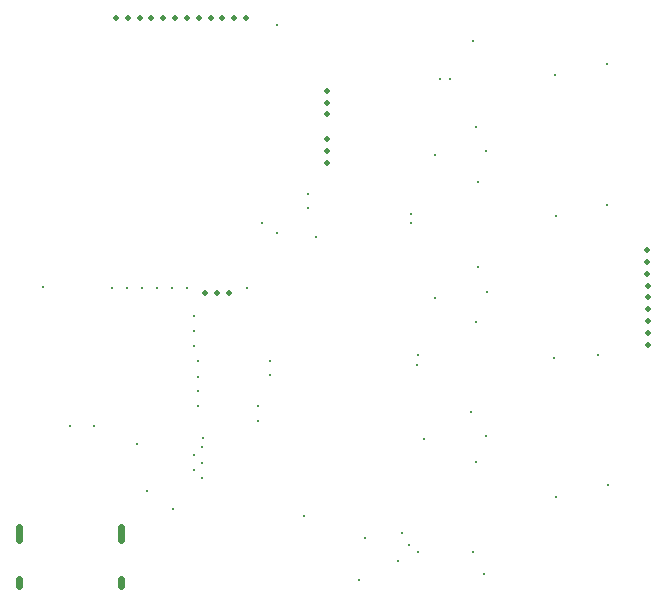
<source format=gbr>
%TF.GenerationSoftware,KiCad,Pcbnew,9.0.6*%
%TF.CreationDate,2025-12-28T18:53:21+01:00*%
%TF.ProjectId,scheme,73636865-6d65-42e6-9b69-6361645f7063,rev?*%
%TF.SameCoordinates,Original*%
%TF.FileFunction,Plated,1,2,PTH,Mixed*%
%TF.FilePolarity,Positive*%
%FSLAX46Y46*%
G04 Gerber Fmt 4.6, Leading zero omitted, Abs format (unit mm)*
G04 Created by KiCad (PCBNEW 9.0.6) date 2025-12-28 18:53:21*
%MOMM*%
%LPD*%
G01*
G04 APERTURE LIST*
%TA.AperFunction,ViaDrill*%
%ADD10C,0.300000*%
%TD*%
%TA.AperFunction,ComponentDrill*%
%ADD11C,0.500000*%
%TD*%
G04 aperture for slot hole*
%TA.AperFunction,ComponentDrill*%
%ADD12C,0.600000*%
%TD*%
G04 APERTURE END LIST*
D10*
X185100000Y-129300000D03*
X187400000Y-141100000D03*
X189400000Y-141100000D03*
X190900000Y-129400000D03*
X192200000Y-129400000D03*
X193000000Y-142600000D03*
X193500000Y-129400000D03*
X193900000Y-146600000D03*
X194700000Y-129400000D03*
X196000000Y-129400000D03*
X196100000Y-148075000D03*
X197300000Y-129400000D03*
X197900000Y-131800000D03*
X197900000Y-133000000D03*
X197900000Y-134300000D03*
X197900000Y-143525000D03*
X197900000Y-144825000D03*
X198200000Y-135600000D03*
X198200000Y-136900000D03*
X198200000Y-138100000D03*
X198200000Y-139400000D03*
X198500000Y-142900000D03*
X198500000Y-144200000D03*
X198503007Y-145485768D03*
X198621646Y-142109300D03*
X202360000Y-129400000D03*
X203300000Y-139400000D03*
X203320000Y-140700000D03*
X203600000Y-123900000D03*
X204300000Y-135600000D03*
X204300000Y-136800000D03*
X204899998Y-124700000D03*
X204900000Y-107100000D03*
X207200000Y-148700000D03*
X207500000Y-121400000D03*
X207500000Y-122595000D03*
X208200000Y-125100000D03*
X211800000Y-154100000D03*
X212325000Y-150550000D03*
X215170000Y-152535000D03*
X215440000Y-150130000D03*
X216075000Y-151120000D03*
X216230000Y-123100000D03*
X216257570Y-123899528D03*
X216725000Y-135900000D03*
X216800000Y-135100000D03*
X216800000Y-151775000D03*
X217370491Y-142140982D03*
X218300000Y-118100000D03*
X218300000Y-130225000D03*
X218650000Y-111675000D03*
X219550000Y-111675000D03*
X221350000Y-139900000D03*
X221450000Y-151750000D03*
X221500000Y-108525000D03*
X221700000Y-115775000D03*
X221700000Y-132250000D03*
X221750000Y-144150000D03*
X221900000Y-120450000D03*
X221900000Y-127600000D03*
X222450000Y-153650000D03*
X222554442Y-117829442D03*
X222600000Y-141950000D03*
X222700000Y-129700000D03*
X228375000Y-135325000D03*
X228450000Y-111375000D03*
X228500000Y-147100000D03*
X228550000Y-123300000D03*
X232100000Y-135100000D03*
X232850000Y-110425000D03*
X232850000Y-122350000D03*
X232950000Y-146050000D03*
D11*
%TO.C,J11*%
X191260000Y-106500000D03*
X192260000Y-106500000D03*
X193260000Y-106500000D03*
%TO.C,J10*%
X194260000Y-106500000D03*
X195260000Y-106500000D03*
X196260000Y-106500000D03*
%TO.C,J6*%
X197260000Y-106500000D03*
X198260000Y-106500000D03*
%TO.C,J1*%
X198800000Y-129800000D03*
%TO.C,J6*%
X199260000Y-106500000D03*
%TO.C,J1*%
X199800000Y-129800000D03*
%TO.C,J4*%
X200260000Y-106500000D03*
%TO.C,J1*%
X200800000Y-129800000D03*
%TO.C,J4*%
X201260000Y-106500000D03*
X202260000Y-106500000D03*
%TO.C,J3*%
X209100000Y-112700000D03*
X209100000Y-113700000D03*
X209100000Y-114700000D03*
%TO.C,J2*%
X209100000Y-116800000D03*
X209100000Y-117800000D03*
X209100000Y-118800000D03*
%TO.C,J7*%
X236225000Y-126200000D03*
X236225000Y-127200000D03*
X236225000Y-128200000D03*
%TO.C,J8*%
X236275000Y-129200000D03*
X236275000Y-130200000D03*
X236275000Y-131200000D03*
%TO.C,J9*%
X236275000Y-132200000D03*
X236275000Y-133200000D03*
X236275000Y-134200000D03*
D12*
%TO.C,J5*%
X183080000Y-150705000D02*
X183080000Y-149605000D01*
X183080000Y-154635000D02*
X183080000Y-154035000D01*
X191720000Y-150705000D02*
X191720000Y-149605000D01*
X191720000Y-154635000D02*
X191720000Y-154035000D01*
M02*

</source>
